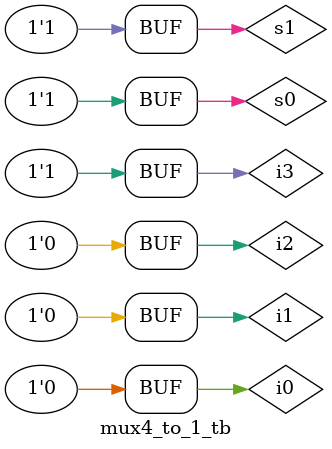
<source format=v>
`timescale 1ns / 1ps


module mux4_to_1_tb;

  
  reg i0, i1, i2, i3, s0, s1;
  
  wire out;

  
  mux4_to_1 uut (
    .i0(i0),
    .i1(i1),
    .i2(i2),
    .i3(i3),
    .s0(s0),
    .s1(s1),
    .out(out)
  );

 
  initial begin
   
    s0 = 0; s1 = 0;
    i0 = 1; i1 = 0; i2 = 0; i3 = 0;
    #10; 
   

    
    s0 = 0; s1 = 1;
    i0 = 0; i1 = 1; i2 = 0; i3 = 0;
    #10; 
    
    s0 = 1; s1 = 0;
    i0 = 0; i1 = 0; i2 = 1; i3 = 0;
    #10; 
    

    
    s0 = 1; s1 = 1;
    i0 = 0; i1 = 0; i2 = 0; i3 = 1;
    #10; 
   
  end

endmodule
</source>
